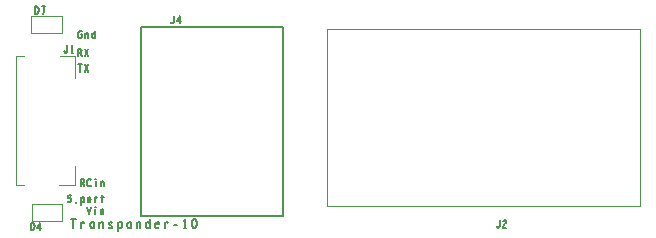
<source format=gto>
G04 ================== begin FILE IDENTIFICATION RECORD ==================*
G04 Layout Name:  transponderRC2_4-10.brd*
G04 Film Name:    Silkscreen_top*
G04 File Format:  Gerber RS274X*
G04 File Origin:  Cadence Allegro 17.2-S042*
G04 Origin Date:  Fri Nov 23 21:07:11 2018*
G04 *
G04 Layer:  PACKAGE GEOMETRY/SILKSCREEN_TOP*
G04 Layer:  BOARD GEOMETRY/SILKSCREEN_TOP*
G04 Layer:  REF DES/SILKSCREEN_TOP*
G04 *
G04 Offset:    (0.0000 0.0000)*
G04 Mirror:    No*
G04 Mode:      Positive*
G04 Rotation:  0*
G04 FullContactRelief:  No*
G04 UndefLineWidth:     0.1500*
G04 ================== end FILE IDENTIFICATION RECORD ====================*
%FSAX55Y55*MOMM*%
%IR0*IPPOS*OFA0.00000B0.00000*MIA0B0*SFA1.00000B1.00000*%
%ADD10C,.1*%
%ADD11C,.15*%
G75*
%LPD*%
G75*
G54D10*
G01X0000395000Y0000160000D02*
X0000135000Y0000160000D01*
X0000135000Y0000300000D01*
X0000395000Y0000300000D01*
X0000395000Y0000160000D01*
G01X0000075000Y0000460000D02*
X0000005000Y0000460000D01*
X0000005000Y0001550000D01*
X0000075000Y0001550000D01*
G01X0000130000Y0001890000D02*
X0000390000Y0001890000D01*
X0000390000Y0001750000D01*
X0000130000Y0001750000D01*
X0000130000Y0001890000D01*
G01X0000365000Y0000460000D02*
X0000505000Y0000460000D01*
X0000505000Y0000620000D01*
G01X0000375000Y0001550000D02*
X0000505000Y0001550000D01*
X0000505000Y0001370000D01*
G01X0002635000Y0000285000D02*
X0002635000Y0001785000D01*
X0005285000Y0001785000D01*
X0005285000Y0000285000D01*
X0002635000Y0000285000D01*
G01X0005285000Y0001785000D02*
X0005285000Y0000285000D01*
G54D11*
G01X0000130420Y0000080000D02*
X0000130420Y0000143500D01*
X0000143970Y0000143500D01*
X0000149380Y0000140320D01*
X0000153450Y0000136090D01*
X0000156840Y0000129740D01*
X0000159540Y0000122330D01*
X0000160220Y0000111750D01*
X0000159540Y0000101170D01*
X0000156840Y0000093760D01*
X0000153450Y0000087410D01*
X0000149380Y0000083170D01*
X0000143970Y0000080000D01*
X0000130420Y0000080000D01*
G01X0000209330Y0000080000D02*
X0000209330Y0000143500D01*
X0000184270Y0000097990D01*
X0000218130Y0000097990D01*
G01X0000165420Y0001910000D02*
X0000165420Y0001973500D01*
X0000178970Y0001973500D01*
X0000184380Y0001970320D01*
X0000188450Y0001966090D01*
X0000191840Y0001959740D01*
X0000194540Y0001952330D01*
X0000195220Y0001941750D01*
X0000194540Y0001931170D01*
X0000191840Y0001923760D01*
X0000188450Y0001917410D01*
X0000184380Y0001913170D01*
X0000178970Y0001910000D01*
X0000165420Y0001910000D01*
G01X0000234850Y0001910000D02*
X0000236200Y0001923760D01*
X0000238230Y0001935400D01*
X0000240940Y0001945980D01*
X0000244330Y0001957620D01*
X0000249750Y0001973500D01*
X0000222650Y0001973500D01*
G01X0000489210Y0000173740D02*
X0000489210Y0000095000D01*
G01X0000466820Y0000173740D02*
X0000511600Y0000173740D01*
G01X0000554320Y0000095000D02*
X0000554320Y0000147490D01*
G01X0000554320Y0000137000D02*
X0000559190Y0000142240D01*
X0000564060Y0000146180D01*
X0000570870Y0000147490D01*
X0000575740Y0000146180D01*
X0000581580Y0000142240D01*
G01X0000664220Y0000095000D02*
X0000664220Y0000147490D01*
G01X0000664220Y0000138310D02*
X0000660320Y0000143560D01*
X0000654480Y0000146180D01*
X0000647660Y0000147490D01*
X0000640850Y0000144870D01*
X0000635010Y0000139620D01*
X0000631110Y0000131740D01*
X0000629160Y0000121250D01*
X0000631110Y0000110750D01*
X0000635010Y0000102870D01*
X0000640850Y0000097620D01*
X0000647660Y0000095000D01*
X0000654480Y0000096310D01*
X0000660320Y0000100250D01*
X0000664220Y0000105500D01*
G01X0000708880Y0000095000D02*
X0000708880Y0000147490D01*
G01X0000708880Y0000134370D02*
X0000712770Y0000140930D01*
X0000718610Y0000146180D01*
X0000726400Y0000147490D01*
X0000733220Y0000146180D01*
X0000739060Y0000140930D01*
X0000741980Y0000131740D01*
X0000741980Y0000095000D01*
G01X0000789570Y0000104180D02*
X0000794430Y0000098940D01*
X0000801250Y0000095000D01*
X0000807090Y0000095000D01*
X0000812930Y0000097620D01*
X0000816830Y0000101560D01*
X0000818770Y0000106810D01*
X0000817800Y0000114690D01*
X0000813910Y0000118620D01*
X0000796380Y0000126490D01*
X0000792490Y0000135680D01*
X0000794430Y0000142240D01*
X0000798330Y0000146180D01*
X0000804170Y0000147490D01*
X0000810010Y0000146180D01*
X0000815850Y0000142240D01*
G01X0000865380Y0000068750D02*
X0000865380Y0000147490D01*
G01X0000865380Y0000135680D02*
X0000870250Y0000142240D01*
X0000875120Y0000146180D01*
X0000882910Y0000147490D01*
X0000889730Y0000146180D01*
X0000896540Y0000139620D01*
X0000899460Y0000130430D01*
X0000900440Y0000121250D01*
X0000899460Y0000112060D01*
X0000896540Y0000102870D01*
X0000890700Y0000097620D01*
X0000882910Y0000095000D01*
X0000876090Y0000096310D01*
X0000869280Y0000100250D01*
X0000865380Y0000105500D01*
G01X0000961650Y0000095000D02*
X0000955810Y0000096310D01*
X0000949970Y0000101560D01*
X0000946070Y0000110750D01*
X0000944120Y0000121250D01*
X0000946070Y0000131740D01*
X0000949970Y0000140930D01*
X0000955810Y0000146180D01*
X0000961650Y0000147490D01*
X0000967490Y0000146180D01*
X0000973330Y0000140930D01*
X0000977230Y0000131740D01*
X0000978200Y0000121250D01*
X0000977230Y0000110750D01*
X0000973330Y0000101560D01*
X0000967490Y0000096310D01*
X0000961650Y0000095000D01*
G01X0001023840Y0000095000D02*
X0001023840Y0000147490D01*
G01X0001023840Y0000134370D02*
X0001027730Y0000140930D01*
X0001033570Y0000146180D01*
X0001041360Y0000147490D01*
X0001048180Y0000146180D01*
X0001054020Y0000140930D01*
X0001056940Y0000131740D01*
X0001056940Y0000095000D01*
G01X0001136660Y0000173740D02*
X0001136660Y0000095000D01*
G01X0001136660Y0000106810D02*
X0001132760Y0000100250D01*
X0001126920Y0000096310D01*
X0001120100Y0000095000D01*
X0001112310Y0000097620D01*
X0001106470Y0000104180D01*
X0001102580Y0000112060D01*
X0001101600Y0000121250D01*
X0001102580Y0000130430D01*
X0001106470Y0000138310D01*
X0001112310Y0000144870D01*
X0001120100Y0000147490D01*
X0001126920Y0000146180D01*
X0001131790Y0000143560D01*
X0001136660Y0000138310D01*
G01X0001183270Y0000130430D02*
X0001214420Y0000130430D01*
X0001211500Y0000139620D01*
X0001206630Y0000144870D01*
X0001199820Y0000147490D01*
X0001193000Y0000146180D01*
X0001187160Y0000142240D01*
X0001183270Y0000133060D01*
X0001181320Y0000125180D01*
X0001181320Y0000117310D01*
X0001183270Y0000109430D01*
X0001188130Y0000101560D01*
X0001193980Y0000096310D01*
X0001200790Y0000095000D01*
X0001207610Y0000097620D01*
X0001214420Y0000105500D01*
G01X0001262980Y0000095000D02*
X0001262980Y0000147490D01*
G01X0001262980Y0000137000D02*
X0001267850Y0000142240D01*
X0001272720Y0000146180D01*
X0001279530Y0000147490D01*
X0001284400Y0000146180D01*
X0001290240Y0000142240D01*
G01X0001342690Y0000121250D02*
X0001368010Y0000121250D01*
G01X0001434090Y0000095000D02*
X0001434090Y0000173740D01*
X0001422410Y0000157990D01*
G01X0001422410Y0000095000D02*
X0001445770Y0000095000D01*
G01X0001512830Y0000173740D02*
X0001505040Y0000171120D01*
X0001499200Y0000164550D01*
X0001495300Y0000156680D01*
X0001492380Y0000146180D01*
X0001491410Y0000134370D01*
X0001492380Y0000122560D01*
X0001495300Y0000112060D01*
X0001499200Y0000104180D01*
X0001505040Y0000097620D01*
X0001512830Y0000095000D01*
X0001520620Y0000097620D01*
X0001526460Y0000104180D01*
X0001530360Y0000112060D01*
X0001533280Y0000122560D01*
X0001534250Y0000134370D01*
X0001533280Y0000146180D01*
X0001530360Y0000156680D01*
X0001526460Y0000164550D01*
X0001520620Y0000171120D01*
X0001512830Y0000173740D01*
G01X0000603390Y0000278500D02*
X0000620320Y0000215000D01*
X0000637250Y0000278500D01*
G01X0000676200Y0000257330D02*
X0000676200Y0000215000D01*
G01X0000676200Y0000274270D02*
X0000674850Y0000275320D01*
X0000674850Y0000277440D01*
X0000676200Y0000278500D01*
X0000677550Y0000277440D01*
X0000677550Y0000275320D01*
X0000676200Y0000274270D01*
G01X0000720560Y0000215000D02*
X0000720560Y0000257330D01*
G01X0000720560Y0000246750D02*
X0000723270Y0000252040D01*
X0000727340Y0000256270D01*
X0000732760Y0000257330D01*
X0000737500Y0000256270D01*
X0000741560Y0000252040D01*
X0000743600Y0000244630D01*
X0000743600Y0000215000D01*
G01X0000441100Y0000323460D02*
X0000446510Y0000318170D01*
X0000452610Y0000315000D01*
X0000458030Y0000315000D01*
X0000463450Y0000318170D01*
X0000467510Y0000323460D01*
X0000469540Y0000330880D01*
X0000468190Y0000338280D01*
X0000464800Y0000344630D01*
X0000458710Y0000348870D01*
X0000450580Y0000350980D01*
X0000445840Y0000355220D01*
X0000443800Y0000362620D01*
X0000445160Y0000370030D01*
X0000448550Y0000375320D01*
X0000453290Y0000378500D01*
X0000458030Y0000378500D01*
X0000462770Y0000376380D01*
X0000466840Y0000371090D01*
G01X0000511200Y0000312880D02*
X0000509850Y0000313940D01*
X0000509850Y0000316060D01*
X0000511200Y0000317120D01*
X0000512550Y0000316060D01*
X0000512550Y0000313940D01*
X0000511200Y0000312880D01*
G01X0000554890Y0000293830D02*
X0000554890Y0000357330D01*
G01X0000554890Y0000347810D02*
X0000558270Y0000353100D01*
X0000561660Y0000356270D01*
X0000567080Y0000357330D01*
X0000571820Y0000356270D01*
X0000576560Y0000350980D01*
X0000578600Y0000343570D01*
X0000579270Y0000336170D01*
X0000578600Y0000328760D01*
X0000576560Y0000321350D01*
X0000572500Y0000317120D01*
X0000567080Y0000315000D01*
X0000562340Y0000316060D01*
X0000557600Y0000319230D01*
X0000554890Y0000323460D01*
G01X0000622960Y0000315000D02*
X0000618900Y0000316060D01*
X0000614830Y0000320290D01*
X0000612120Y0000327700D01*
X0000610770Y0000336170D01*
X0000612120Y0000344630D01*
X0000614830Y0000352040D01*
X0000618900Y0000356270D01*
X0000622960Y0000357330D01*
X0000627020Y0000356270D01*
X0000631090Y0000352040D01*
X0000633800Y0000344630D01*
X0000634480Y0000336170D01*
X0000633800Y0000327700D01*
X0000631090Y0000320290D01*
X0000627020Y0000316060D01*
X0000622960Y0000315000D01*
G01X0000669360Y0000315000D02*
X0000669360Y0000357330D01*
G01X0000669360Y0000348870D02*
X0000672740Y0000353100D01*
X0000676130Y0000356270D01*
X0000680870Y0000357330D01*
X0000684260Y0000356270D01*
X0000688320Y0000353100D01*
G01X0000734720Y0000378500D02*
X0000734720Y0000315000D01*
G01X0000725240Y0000357330D02*
X0000744200Y0000357330D01*
G01X0000551770Y0000450000D02*
X0000551770Y0000513500D01*
X0000568710Y0000513500D01*
X0000574130Y0000510320D01*
X0000577510Y0000506090D01*
X0000578870Y0000497620D01*
X0000577510Y0000489160D01*
X0000573450Y0000483870D01*
X0000568710Y0000480690D01*
X0000551770Y0000480690D01*
G01X0000568710Y0000480690D02*
X0000578870Y0000450000D01*
G01X0000636100Y0000508210D02*
X0000632040Y0000511380D01*
X0000627300Y0000513500D01*
X0000621880Y0000513500D01*
X0000615780Y0000510320D01*
X0000611040Y0000505030D01*
X0000607650Y0000498680D01*
X0000604940Y0000488100D01*
X0000604270Y0000478570D01*
X0000605620Y0000469050D01*
X0000607650Y0000462700D01*
X0000611720Y0000456350D01*
X0000616460Y0000452120D01*
X0000621200Y0000450000D01*
X0000625940Y0000450000D01*
X0000630680Y0000452120D01*
X0000634750Y0000455290D01*
X0000638130Y0000459520D01*
G01X0000677080Y0000492330D02*
X0000677080Y0000450000D01*
G01X0000677080Y0000509270D02*
X0000675730Y0000510320D01*
X0000675730Y0000512440D01*
X0000677080Y0000513500D01*
X0000678430Y0000512440D01*
X0000678430Y0000510320D01*
X0000677080Y0000509270D01*
G01X0000721440Y0000450000D02*
X0000721440Y0000492330D01*
G01X0000721440Y0000481750D02*
X0000724150Y0000487040D01*
X0000728220Y0000491270D01*
X0000733640Y0000492330D01*
X0000738380Y0000491270D01*
X0000742440Y0000487040D01*
X0000744480Y0000479630D01*
X0000744480Y0000450000D01*
G01X0000531770Y0001550000D02*
X0000531770Y0001613500D01*
X0000548710Y0001613500D01*
X0000554130Y0001610320D01*
X0000557510Y0001606090D01*
X0000558870Y0001597620D01*
X0000557510Y0001589160D01*
X0000553450Y0001583870D01*
X0000548710Y0001580690D01*
X0000531770Y0001580690D01*
G01X0000548710Y0001580690D02*
X0000558870Y0001550000D01*
G01X0000586980Y0001550000D02*
X0000615420Y0001613500D01*
G01X0000586980Y0001613500D02*
X0000615420Y0001550000D01*
G01X0000545320Y0001483500D02*
X0000545320Y0001420000D01*
G01X0000529740Y0001483500D02*
X0000560900Y0001483500D01*
G01X0000586980Y0001420000D02*
X0000615420Y0001483500D01*
G01X0000586980Y0001483500D02*
X0000615420Y0001420000D01*
G01X0000411770Y0001592700D02*
X0000415160Y0001586350D01*
X0000419220Y0001582120D01*
X0000423970Y0001580000D01*
X0000429380Y0001582120D01*
X0000433450Y0001586350D01*
X0000437510Y0001592700D01*
X0000438870Y0001601170D01*
X0000438870Y0001643500D01*
G01X0000481200Y0001580000D02*
X0000481200Y0001643500D01*
X0000473070Y0001630800D01*
G01X0000473070Y0001580000D02*
X0000489330Y0001580000D01*
G01X0000549380Y0001736750D02*
X0000562930Y0001736750D01*
X0000562930Y0001717700D01*
X0000558870Y0001711350D01*
X0000554130Y0001707120D01*
X0000547350Y0001705000D01*
X0000540580Y0001707120D01*
X0000535840Y0001711350D01*
X0000531770Y0001717700D01*
X0000529060Y0001725110D01*
X0000527710Y0001733570D01*
X0000527710Y0001740980D01*
X0000529060Y0001747330D01*
X0000531770Y0001754740D01*
X0000535840Y0001761090D01*
X0000539900Y0001765320D01*
X0000545320Y0001768500D01*
X0000550060Y0001768500D01*
X0000555480Y0001766380D01*
X0000559540Y0001762150D01*
G01X0000589680Y0001705000D02*
X0000589680Y0001747330D01*
G01X0000589680Y0001736750D02*
X0000592390Y0001742040D01*
X0000596460Y0001746270D01*
X0000601880Y0001747330D01*
X0000606620Y0001746270D01*
X0000610680Y0001742040D01*
X0000612720Y0001734630D01*
X0000612720Y0001705000D01*
G01X0000669270Y0001768500D02*
X0000669270Y0001705000D01*
G01X0000669270Y0001714520D02*
X0000666560Y0001709230D01*
X0000662500Y0001706060D01*
X0000657760Y0001705000D01*
X0000652340Y0001707120D01*
X0000648270Y0001712410D01*
X0000645560Y0001718760D01*
X0000644890Y0001726170D01*
X0000645560Y0001733570D01*
X0000648270Y0001739930D01*
X0000652340Y0001745220D01*
X0000657760Y0001747330D01*
X0000662500Y0001746270D01*
X0000665890Y0001744160D01*
X0000669270Y0001739930D01*
G01X0001060000Y0000200000D02*
X0002260000Y0000200000D01*
X0002260000Y0001800000D01*
X0001060000Y0001800000D01*
X0001060000Y0000200000D01*
G01X0001311770Y0001842700D02*
X0001315160Y0001836350D01*
X0001319220Y0001832120D01*
X0001323970Y0001830000D01*
X0001329380Y0001832120D01*
X0001333450Y0001836350D01*
X0001337510Y0001842700D01*
X0001338870Y0001851170D01*
X0001338870Y0001893500D01*
G01X0001389330Y0001830000D02*
X0001389330Y0001893500D01*
X0001364270Y0001847990D01*
X0001398130Y0001847990D01*
G01X0004071770Y0000112700D02*
X0004075160Y0000106350D01*
X0004079220Y0000102120D01*
X0004083970Y0000100000D01*
X0004089380Y0000102120D01*
X0004093450Y0000106350D01*
X0004097510Y0000112700D01*
X0004098870Y0000121170D01*
X0004098870Y0000163500D01*
G01X0004128330Y0000152920D02*
X0004132390Y0000159270D01*
X0004137140Y0000162440D01*
X0004142550Y0000163500D01*
X0004149330Y0000161380D01*
X0004154070Y0000156090D01*
X0004155420Y0000149740D01*
X0004154750Y0000143390D01*
X0004152040Y0000138100D01*
X0004138490Y0000127520D01*
X0004132390Y0000120110D01*
X0004128330Y0000109520D01*
X0004126980Y0000100000D01*
X0004155420Y0000100000D01*
M02*

</source>
